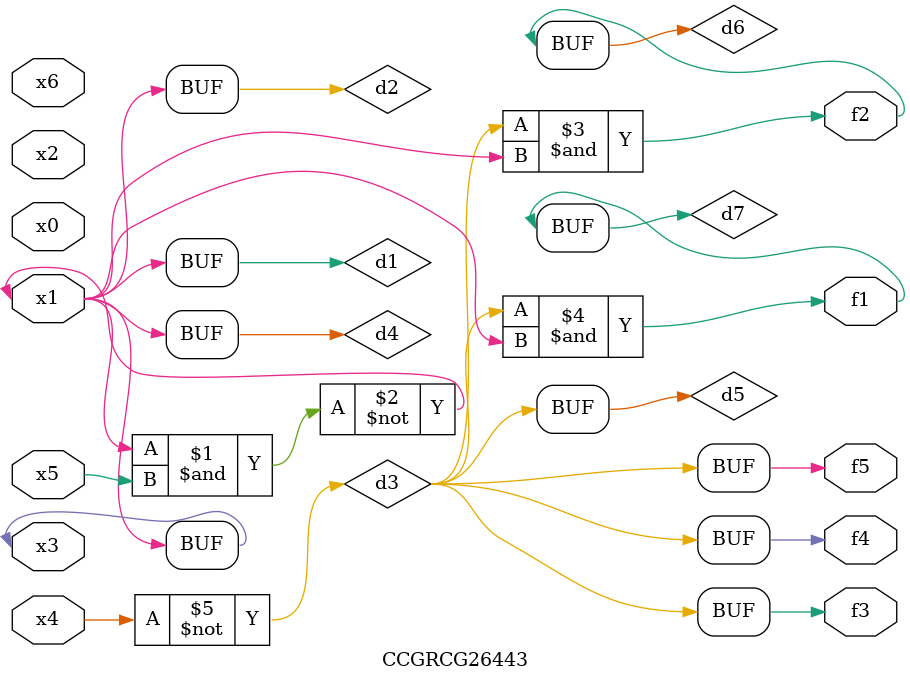
<source format=v>
module CCGRCG26443(
	input x0, x1, x2, x3, x4, x5, x6,
	output f1, f2, f3, f4, f5
);

	wire d1, d2, d3, d4, d5, d6, d7;

	buf (d1, x1, x3);
	nand (d2, x1, x5);
	not (d3, x4);
	buf (d4, d1, d2);
	buf (d5, d3);
	and (d6, d3, d4);
	and (d7, d3, d4);
	assign f1 = d7;
	assign f2 = d6;
	assign f3 = d5;
	assign f4 = d5;
	assign f5 = d5;
endmodule

</source>
